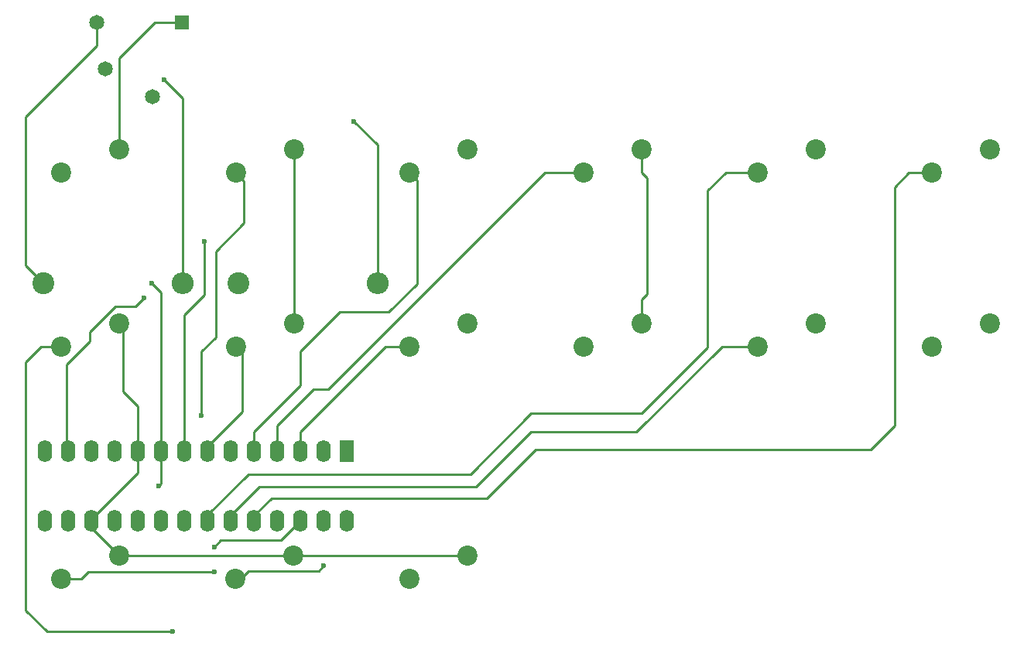
<source format=gbr>
G04 #@! TF.FileFunction,Copper,L2,Bot,Signal*
%FSLAX46Y46*%
G04 Gerber Fmt 4.6, Leading zero omitted, Abs format (unit mm)*
G04 Created by KiCad (PCBNEW 4.0.7) date 03/10/21 14:30:36*
%MOMM*%
%LPD*%
G01*
G04 APERTURE LIST*
%ADD10C,0.100000*%
%ADD11C,2.200000*%
%ADD12R,1.600000X2.400000*%
%ADD13O,1.600000X2.400000*%
%ADD14C,2.400000*%
%ADD15O,2.400000X2.400000*%
%ADD16R,1.650000X1.650000*%
%ADD17C,1.650000*%
%ADD18C,0.600000*%
%ADD19C,0.250000*%
G04 APERTURE END LIST*
D10*
D11*
X70231000Y-101981000D03*
X63881000Y-104521000D03*
X89281000Y-101981000D03*
X82931000Y-104521000D03*
X70297040Y-57556400D03*
X63947040Y-60096400D03*
X70271640Y-76611480D03*
X63921640Y-79151480D03*
X108331000Y-101981000D03*
X101981000Y-104521000D03*
X89363250Y-57555500D03*
X83013250Y-60095500D03*
X89363250Y-76586750D03*
X83013250Y-79126750D03*
X108394500Y-57555500D03*
X102044500Y-60095500D03*
X127425750Y-76586750D03*
X121075750Y-79126750D03*
D12*
X95175750Y-90555500D03*
D13*
X62155750Y-98175500D03*
X92635750Y-90555500D03*
X64695750Y-98175500D03*
X90095750Y-90555500D03*
X67235750Y-98175500D03*
X87555750Y-90555500D03*
X69775750Y-98175500D03*
X85015750Y-90555500D03*
X72315750Y-98175500D03*
X82475750Y-90555500D03*
X74855750Y-98175500D03*
X79935750Y-90555500D03*
X77395750Y-98175500D03*
X77395750Y-90555500D03*
X79935750Y-98175500D03*
X74855750Y-90555500D03*
X82475750Y-98175500D03*
X72315750Y-90555500D03*
X85015750Y-98175500D03*
X69775750Y-90555500D03*
X87555750Y-98175500D03*
X67235750Y-90555500D03*
X90095750Y-98175500D03*
X64695750Y-90555500D03*
X92635750Y-98175500D03*
X62155750Y-90555500D03*
X95175750Y-98175500D03*
D14*
X83269500Y-72180500D03*
D15*
X98509500Y-72180500D03*
D14*
X61988250Y-72180500D03*
D15*
X77228250Y-72180500D03*
D16*
X77100750Y-43705500D03*
D17*
X68700750Y-48705500D03*
X73900750Y-51805500D03*
X67800750Y-43705500D03*
D11*
X127425750Y-57555500D03*
X121075750Y-60095500D03*
X108394500Y-76586750D03*
X102044500Y-79126750D03*
X165488250Y-57555500D03*
X159138250Y-60095500D03*
X165488250Y-76586750D03*
X159138250Y-79126750D03*
X146457000Y-57555500D03*
X140107000Y-60095500D03*
X146457000Y-76586750D03*
X140107000Y-79126750D03*
D18*
X79613250Y-67586750D03*
X76144500Y-110336750D03*
X79238250Y-86711750D03*
X80644500Y-101055500D03*
X80644500Y-103774250D03*
X92644500Y-103118000D03*
X72957000Y-73774250D03*
X75207000Y-49961750D03*
X95925750Y-54461750D03*
X74550750Y-94399250D03*
X73800750Y-72180500D03*
D19*
X85015750Y-98175500D02*
X85015750Y-97621750D01*
X85015750Y-97621750D02*
X86925750Y-95711750D01*
X86925750Y-95711750D02*
X110457000Y-95711750D01*
X110457000Y-95711750D02*
X115800750Y-90368000D01*
X115800750Y-90368000D02*
X152457000Y-90368000D01*
X152457000Y-90368000D02*
X155082000Y-87743000D01*
X155082000Y-87743000D02*
X155082000Y-61680500D01*
X155082000Y-61680500D02*
X156667000Y-60095500D01*
X156667000Y-60095500D02*
X159138250Y-60095500D01*
X79935750Y-98175500D02*
X79935750Y-97545500D01*
X79935750Y-97545500D02*
X84394500Y-93086750D01*
X84394500Y-93086750D02*
X108675750Y-93086750D01*
X108675750Y-93086750D02*
X115332000Y-86430500D01*
X115332000Y-86430500D02*
X127425750Y-86430500D01*
X127425750Y-86430500D02*
X134644500Y-79211750D01*
X134644500Y-79211750D02*
X134644500Y-62055500D01*
X134644500Y-62055500D02*
X136604500Y-60095500D01*
X136604500Y-60095500D02*
X140107000Y-60095500D01*
X82475750Y-98175500D02*
X82475750Y-97630500D01*
X82475750Y-97630500D02*
X85613250Y-94493000D01*
X85613250Y-94493000D02*
X109332000Y-94493000D01*
X109332000Y-94493000D02*
X115332000Y-88493000D01*
X115332000Y-88493000D02*
X126863250Y-88493000D01*
X126863250Y-88493000D02*
X136229500Y-79126750D01*
X136229500Y-79126750D02*
X140107000Y-79126750D01*
X90095750Y-90555500D02*
X90095750Y-88416750D01*
X99385750Y-79126750D02*
X102044500Y-79126750D01*
X90095750Y-88416750D02*
X99385750Y-79126750D01*
X77395750Y-90555500D02*
X77395750Y-75710500D01*
X79613250Y-73493000D02*
X79613250Y-67586750D01*
X77395750Y-75710500D02*
X79613250Y-73493000D01*
X61673520Y-79151480D02*
X63921640Y-79151480D01*
X60019500Y-80805500D02*
X61673520Y-79151480D01*
X60019500Y-107993000D02*
X60019500Y-80805500D01*
X62363250Y-110336750D02*
X60019500Y-107993000D01*
X76144500Y-110336750D02*
X62363250Y-110336750D01*
X87555750Y-90555500D02*
X87555750Y-87769250D01*
X116823250Y-60095500D02*
X121075750Y-60095500D01*
X93113250Y-83805500D02*
X116823250Y-60095500D01*
X91519500Y-83805500D02*
X93113250Y-83805500D01*
X87555750Y-87769250D02*
X91519500Y-83805500D01*
X79238250Y-86711750D02*
X79238250Y-84836750D01*
X79238250Y-84836750D02*
X79238250Y-79680500D01*
X79238250Y-79680500D02*
X80832000Y-78086750D01*
X80832000Y-78086750D02*
X80832000Y-68711750D01*
X80832000Y-68711750D02*
X83925750Y-65618000D01*
X83925750Y-65618000D02*
X83925750Y-61008000D01*
X83925750Y-61008000D02*
X83013250Y-60095500D01*
X79935750Y-90555500D02*
X79935750Y-90045500D01*
X79935750Y-90045500D02*
X83738250Y-86243000D01*
X83738250Y-86243000D02*
X83738250Y-79851750D01*
X83738250Y-79851750D02*
X83013250Y-79126750D01*
X85015750Y-90555500D02*
X85015750Y-88434250D01*
X102863250Y-60914250D02*
X102044500Y-60095500D01*
X102863250Y-72274250D02*
X102863250Y-60914250D01*
X99769500Y-75368000D02*
X102863250Y-72274250D01*
X94425750Y-75368000D02*
X99769500Y-75368000D01*
X90113250Y-79680500D02*
X94425750Y-75368000D01*
X90113250Y-83336750D02*
X90113250Y-79680500D01*
X85015750Y-88434250D02*
X90113250Y-83336750D01*
X63881000Y-104521000D02*
X66116500Y-104521000D01*
X87965750Y-100305500D02*
X90095750Y-98175500D01*
X81394500Y-100305500D02*
X87965750Y-100305500D01*
X80644500Y-101055500D02*
X81394500Y-100305500D01*
X66863250Y-103774250D02*
X80644500Y-103774250D01*
X66116500Y-104521000D02*
X66863250Y-103774250D01*
X84394500Y-103680500D02*
X83554000Y-104521000D01*
X84863250Y-103680500D02*
X84394500Y-103680500D01*
X92082000Y-103680500D02*
X84863250Y-103680500D01*
X92644500Y-103118000D02*
X92082000Y-103680500D01*
X83554000Y-104521000D02*
X82931000Y-104521000D01*
X64519500Y-81086750D02*
X64519500Y-90379250D01*
X67050750Y-78555500D02*
X64519500Y-81086750D01*
X67050750Y-77524250D02*
X67050750Y-78555500D01*
X69863250Y-74711750D02*
X67050750Y-77524250D01*
X72019500Y-74711750D02*
X69863250Y-74711750D01*
X72957000Y-73774250D02*
X72019500Y-74711750D01*
X64519500Y-90379250D02*
X64695750Y-90555500D01*
X77228250Y-72180500D02*
X77228250Y-51983000D01*
X77228250Y-51983000D02*
X75207000Y-49961750D01*
X98509500Y-72180500D02*
X98509500Y-57045500D01*
X98509500Y-57045500D02*
X95925750Y-54461750D01*
X127425750Y-57555500D02*
X127425750Y-60086750D01*
X127425750Y-73961750D02*
X127425750Y-76586750D01*
X127988250Y-73399250D02*
X127425750Y-73961750D01*
X127988250Y-60649250D02*
X127988250Y-73399250D01*
X127425750Y-60086750D02*
X127988250Y-60649250D01*
X127406400Y-76581000D02*
X127411480Y-76586080D01*
X70297040Y-57556400D02*
X70297040Y-47559210D01*
X74150750Y-43705500D02*
X77100750Y-43705500D01*
X70297040Y-47559210D02*
X74150750Y-43705500D01*
X89363250Y-57555500D02*
X89363250Y-76586750D01*
X72315750Y-90555500D02*
X72315750Y-85695500D01*
X70707000Y-84086750D02*
X70707000Y-77046840D01*
X72315750Y-85695500D02*
X70707000Y-84086750D01*
X70707000Y-77046840D02*
X70271640Y-76611480D01*
X89281000Y-101981000D02*
X108331000Y-101981000D01*
X70231000Y-101981000D02*
X89281000Y-101981000D01*
X67235750Y-98175500D02*
X67235750Y-98985750D01*
X67235750Y-98985750D02*
X70231000Y-101981000D01*
X67235750Y-98175500D02*
X67235750Y-98058000D01*
X67235750Y-98058000D02*
X72315750Y-92978000D01*
X72315750Y-92978000D02*
X72315750Y-90555500D01*
X165501320Y-76586080D02*
X165506400Y-76581000D01*
X74855750Y-90555500D02*
X74855750Y-94094250D01*
X74855750Y-94094250D02*
X74550750Y-94399250D01*
X74855750Y-90555500D02*
X74855750Y-73235500D01*
X74855750Y-73235500D02*
X73800750Y-72180500D01*
X67800750Y-43705500D02*
X67800750Y-46211750D01*
X60019500Y-70211750D02*
X61988250Y-72180500D01*
X60019500Y-53993000D02*
X60019500Y-70211750D01*
X67800750Y-46211750D02*
X60019500Y-53993000D01*
M02*

</source>
